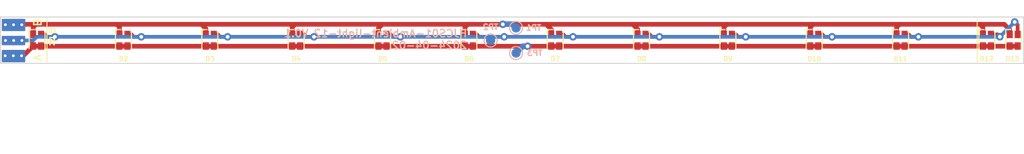
<source format=kicad_pcb>
(kicad_pcb (version 20240108) (generator "pcbnew") (generator_version "8.0")
  (title_block (title "HJCS01_Ambient light-12") (date "2024-04-02") (rev "V0.1") (company "Ovobot") (comment 1 "110x5x0.8mm 绿油白字，无铅喷锡"))
  (layers (0 "F.Cu" signal) (31 "B.Cu" signal) (34 "B.Paste" user) (35 "F.Paste" user) (36 "B.SilkS" user "B.Silkscreen") (37 "F.SilkS" user "F.Silkscreen") (38 "B.Mask" user) (39 "F.Mask" user) (44 "Edge.Cuts" user))
  (net 0 "")
  (net 1 "+3V3")
  (net 2 "/RED")
  (net 3 "/BLUE")
  (footprint "Ovo_LED_SMD:LED_Dual_1.6x1.5mm" (layer "F.Cu") (at 217.271 99.155 90)
    (property "Reference" "D12" (at -2.005 -0.036 0) (layer "F.SilkS") (effects (font (size 0.5 0.5) (thickness 0.1))))
    (property "Value" "LED_Dual_Red_Blue_AKAK")
    (fp_line (start 1.15 -0.86) (end 1.15 -0.3) (stroke (width 0.12)) (layer "F.SilkS"))
    (fp_line (start -0.91 -0.86) (end 1.15 -0.86) (stroke (width 0.12)) (layer "F.SilkS"))
    (fp_line (start -0.91 0.86) (end 0.91 0.86) (stroke (width 0.12)) (layer "F.SilkS"))
    (pad "1" smd rect (at -0.625 0.425 90) (size 0.8 0.65) (layers "F.Cu" "F.Paste" "F.Mask") (net 1 "+3V3"))
    (pad "2" smd rect (at 0.625 0.425 90) (size 0.8 0.65) (layers "F.Cu" "F.Paste" "F.Mask") (net 2 "/RED"))
    (pad "3" smd rect (at -0.625 -0.425 90) (size 0.8 0.65) (layers "F.Cu" "F.Paste" "F.Mask") (net 1 "+3V3"))
    (pad "4" smd rect (at 0.625 -0.425 90) (size 0.8 0.65) (layers "F.Cu" "F.Paste" "F.Mask") (net 3 "/BLUE"))
  )
  (footprint "Ovo_LED_SMD:LED_Dual_1.6x1.5mm" (layer "F.Cu") (at 124.443727 99.155 90)
    (property "Reference" "D2" (at -2.005 0.015302 0) (layer "F.SilkS") (effects (font (size 0.5 0.5) (thickness 0.1))))
    (property "Value" "LED_Dual_Red_Blue_AKAK")
    (fp_line (start 1.15 -0.86) (end 1.15 -0.3) (stroke (width 0.12)) (layer "F.SilkS"))
    (fp_line (start -0.91 -0.86) (end 1.15 -0.86) (stroke (width 0.12)) (layer "F.SilkS"))
    (fp_line (start -0.91 0.86) (end 0.91 0.86) (stroke (width 0.12)) (layer "F.SilkS"))
    (pad "1" smd rect (at -0.625 0.425 90) (size 0.8 0.65) (layers "F.Cu" "F.Paste" "F.Mask") (net 1 "+3V3"))
    (pad "2" smd rect (at 0.625 0.425 90) (size 0.8 0.65) (layers "F.Cu" "F.Paste" "F.Mask") (net 2 "/RED"))
    (pad "3" smd rect (at -0.625 -0.425 90) (size 0.8 0.65) (layers "F.Cu" "F.Paste" "F.Mask") (net 1 "+3V3"))
    (pad "4" smd rect (at 0.625 -0.425 90) (size 0.8 0.65) (layers "F.Cu" "F.Paste" "F.Mask") (net 3 "/BLUE"))
  )
  (footprint "Ovo_LED_SMD:LED_Dual_1.6x1.5mm" (layer "F.Cu") (at 115.161 99.155 90)
    (property "Reference" "D1" (at 1.033 1.665 0) (layer "F.SilkS") (effects (font (size 0.5 0.5) (thickness 0.1))))
    (property "Value" "LED_Dual_Red_Blue_AKAK")
    (fp_line (start 1.15 -0.86) (end 1.15 -0.3) (stroke (width 0.12)) (layer "F.SilkS"))
    (fp_line (start -0.91 -0.86) (end 1.15 -0.86) (stroke (width 0.12)) (layer "F.SilkS"))
    (fp_line (start -0.91 0.86) (end 0.91 0.86) (stroke (width 0.12)) (layer "F.SilkS"))
    (pad "1" smd rect (at -0.625 0.425 90) (size 0.8 0.65) (layers "F.Cu" "F.Paste" "F.Mask") (net 1 "+3V3"))
    (pad "2" smd rect (at 0.625 0.425 90) (size 0.8 0.65) (layers "F.Cu" "F.Paste" "F.Mask") (net 2 "/RED"))
    (pad "3" smd rect (at -0.625 -0.425 90) (size 0.8 0.65) (layers "F.Cu" "F.Paste" "F.Mask") (net 1 "+3V3"))
    (pad "4" smd rect (at 0.625 -0.425 90) (size 0.8 0.65) (layers "F.Cu" "F.Paste" "F.Mask") (net 3 "/BLUE"))
  )
  (footprint "Ovo_LED_SMD:LED_Dual_1.6x1.5mm" (layer "F.Cu") (at 207.98827 99.155 90)
    (property "Reference" "D11" (at -2.005 -0.003264 0) (layer "F.SilkS") (effects (font (size 0.5 0.5) (thickness 0.1))))
    (property "Value" "LED_Dual_Red_Blue_AKAK")
    (fp_line (start 1.15 -0.86) (end 1.15 -0.3) (stroke (width 0.12)) (layer "F.SilkS"))
    (fp_line (start -0.91 -0.86) (end 1.15 -0.86) (stroke (width 0.12)) (layer "F.SilkS"))
    (fp_line (start -0.91 0.86) (end 0.91 0.86) (stroke (width 0.12)) (layer "F.SilkS"))
    (pad "1" smd rect (at -0.625 0.425 90) (size 0.8 0.65) (layers "F.Cu" "F.Paste" "F.Mask") (net 1 "+3V3"))
    (pad "2" smd rect (at 0.625 0.425 90) (size 0.8 0.65) (layers "F.Cu" "F.Paste" "F.Mask") (net 2 "/RED"))
    (pad "3" smd rect (at -0.625 -0.425 90) (size 0.8 0.65) (layers "F.Cu" "F.Paste" "F.Mask") (net 1 "+3V3"))
    (pad "4" smd rect (at 0.625 -0.425 90) (size 0.8 0.65) (layers "F.Cu" "F.Paste" "F.Mask") (net 3 "/BLUE"))
  )
  (footprint "Ovo_LED_SMD:LED_Dual_1.6x1.5mm" (layer "F.Cu") (at 198.705543 99.155 90)
    (property "Reference" "D10" (at -2.005 -0.003157 0) (layer "F.SilkS") (effects (font (size 0.5 0.5) (thickness 0.1))))
    (property "Value" "LED_Dual_Red_Blue_AKAK")
    (fp_line (start 1.15 -0.86) (end 1.15 -0.3) (stroke (width 0.12)) (layer "F.SilkS"))
    (fp_line (start -0.91 -0.86) (end 1.15 -0.86) (stroke (width 0.12)) (layer "F.SilkS"))
    (fp_line (start -0.91 0.86) (end 0.91 0.86) (stroke (width 0.12)) (layer "F.SilkS"))
    (pad "1" smd rect (at -0.625 0.425 90) (size 0.8 0.65) (layers "F.Cu" "F.Paste" "F.Mask") (net 1 "+3V3"))
    (pad "2" smd rect (at 0.625 0.425 90) (size 0.8 0.65) (layers "F.Cu" "F.Paste" "F.Mask") (net 2 "/RED"))
    (pad "3" smd rect (at -0.625 -0.425 90) (size 0.8 0.65) (layers "F.Cu" "F.Paste" "F.Mask") (net 1 "+3V3"))
    (pad "4" smd rect (at 0.625 -0.425 90) (size 0.8 0.65) (layers "F.Cu" "F.Paste" "F.Mask") (net 3 "/BLUE"))
  )
  (footprint "Ovo_Pad:Pad_THTPad_3x1.3mmx3" (layer "F.Cu") (at 112.666 97.511)
    (property "Reference" "J1" (hide yes))
    (property "Value" "Conn_01x03" (hide yes))
    (pad "1" smd rect (at -0.04 -0.01 180) (size 2.5 1.3) (layers "F.Cu" "F.Paste" "F.Mask") (net 3 "/BLUE"))
    (pad "2" smd rect (at -0.04 1.67 180) (size 2.5 1) (layers "F.Cu" "F.Paste" "F.Mask") (net 2 "/RED"))
    (pad "3" smd rect (at -0.04 3.35 180) (size 2.5 1.3) (layers "F.Cu" "F.Paste" "F.Mask") (net 1 "+3V3"))
  )
  (footprint "Ovo_LED_SMD:LED_Dual_1.6x1.5mm" (layer "F.Cu") (at 220.151 99.155 90)
    (property "Reference" "D13" (at -2.005 -0.141 0) (layer "F.SilkS") (effects (font (size 0.5 0.5) (thickness 0.1) (bold yes))))
    (property "Value" "LED_Dual_Red_Blue_AKAK")
    (fp_line (start 1.15 -0.86) (end 1.15 -0.3) (stroke (width 0.12)) (layer "F.SilkS"))
    (fp_line (start -0.91 -0.86) (end 1.15 -0.86) (stroke (width 0.12)) (layer "F.SilkS"))
    (fp_line (start -0.91 0.86) (end 0.91 0.86) (stroke (width 0.12)) (layer "F.SilkS"))
    (pad "1" smd rect (at -0.625 0.425 90) (size 0.8 0.65) (layers "F.Cu" "F.Paste" "F.Mask") (net 1 "+3V3"))
    (pad "2" smd rect (at 0.625 0.425 90) (size 0.8 0.65) (layers "F.Cu" "F.Paste" "F.Mask") (net 2 "/RED"))
    (pad "3" smd rect (at -0.625 -0.425 90) (size 0.8 0.65) (layers "F.Cu" "F.Paste" "F.Mask") (net 1 "+3V3"))
    (pad "4" smd rect (at 0.625 -0.425 90) (size 0.8 0.65) (layers "F.Cu" "F.Paste" "F.Mask") (net 3 "/BLUE"))
  )
  (footprint "Ovo_LED_SMD:LED_Dual_1.6x1.5mm" (layer "F.Cu") (at 152.291908 99.155 90)
    (property "Reference" "D5" (at -2.005 0.010208 0) (layer "F.SilkS") (effects (font (size 0.5 0.5) (thickness 0.1))))
    (property "Value" "LED_Dual_Red_Blue_AKAK")
    (fp_line (start 1.15 -0.86) (end 1.15 -0.3) (stroke (width 0.12)) (layer "F.SilkS"))
    (fp_line (start -0.91 -0.86) (end 1.15 -0.86) (stroke (width 0.12)) (layer "F.SilkS"))
    (fp_line (start -0.91 0.86) (end 0.91 0.86) (stroke (width 0.12)) (layer "F.SilkS"))
    (pad "1" smd rect (at -0.625 0.425 90) (size 0.8 0.65) (layers "F.Cu" "F.Paste" "F.Mask") (net 1 "+3V3"))
    (pad "2" smd rect (at 0.625 0.425 90) (size 0.8 0.65) (layers "F.Cu" "F.Paste" "F.Mask") (net 2 "/RED"))
    (pad "3" smd rect (at -0.625 -0.425 90) (size 0.8 0.65) (layers "F.Cu" "F.Paste" "F.Mask") (net 1 "+3V3"))
    (pad "4" smd rect (at 0.625 -0.425 90) (size 0.8 0.65) (layers "F.Cu" "F.Paste" "F.Mask") (net 3 "/BLUE"))
  )
  (footprint "Ovo_LED_SMD:LED_Dual_1.6x1.5mm" (layer "F.Cu") (at 161.574635 99.155 90)
    (property "Reference" "D6" (at -2.005 0.00851 0) (layer "F.SilkS") (effects (font (size 0.5 0.5) (thickness 0.1))))
    (property "Value" "LED_Dual_Red_Blue_AKAK")
    (fp_line (start 1.15 -0.86) (end 1.15 -0.3) (stroke (width 0.12)) (layer "F.SilkS"))
    (fp_line (start -0.91 -0.86) (end 1.15 -0.86) (stroke (width 0.12)) (layer "F.SilkS"))
    (fp_line (start -0.91 0.86) (end 0.91 0.86) (stroke (width 0.12)) (layer "F.SilkS"))
    (pad "1" smd rect (at -0.625 0.425 90) (size 0.8 0.65) (layers "F.Cu" "F.Paste" "F.Mask") (net 1 "+3V3"))
    (pad "2" smd rect (at 0.625 0.425 90) (size 0.8 0.65) (layers "F.Cu" "F.Paste" "F.Mask") (net 2 "/RED"))
    (pad "3" smd rect (at -0.625 -0.425 90) (size 0.8 0.65) (layers "F.Cu" "F.Paste" "F.Mask") (net 1 "+3V3"))
    (pad "4" smd rect (at 0.625 -0.425 90) (size 0.8 0.65) (layers "F.Cu" "F.Paste" "F.Mask") (net 3 "/BLUE"))
  )
  (footprint "Ovo_LED_SMD:LED_Dual_1.6x1.5mm" (layer "F.Cu") (at 180.140089 99.155 90)
    (property "Reference" "D8" (at -2.005 0.005114 0) (layer "F.SilkS") (effects (font (size 0.5 0.5) (thickness 0.1))))
    (property "Value" "LED_Dual_Red_Blue_AKAK")
    (fp_line (start 1.15 -0.86) (end 1.15 -0.3) (stroke (width 0.12)) (layer "F.SilkS"))
    (fp_line (start -0.91 -0.86) (end 1.15 -0.86) (stroke (width 0.12)) (layer "F.SilkS"))
    (fp_line (start -0.91 0.86) (end 0.91 0.86) (stroke (width 0.12)) (layer "F.SilkS"))
    (pad "1" smd rect (at -0.625 0.425 90) (size 0.8 0.65) (layers "F.Cu" "F.Paste" "F.Mask") (net 1 "+3V3"))
    (pad "2" smd rect (at 0.625 0.425 90) (size 0.8 0.65) (layers "F.Cu" "F.Paste" "F.Mask") (net 2 "/RED"))
    (pad "3" smd rect (at -0.625 -0.425 90) (size 0.8 0.65) (layers "F.Cu" "F.Paste" "F.Mask") (net 1 "+3V3"))
    (pad "4" smd rect (at 0.625 -0.425 90) (size 0.8 0.65) (layers "F.Cu" "F.Paste" "F.Mask") (net 3 "/BLUE"))
  )
  (footprint "Ovo_LED_SMD:LED_Dual_1.6x1.5mm" (layer "F.Cu") (at 189.422816 99.155 90)
    (property "Reference" "D9" (at -2.005 0.003416 0) (layer "F.SilkS") (effects (font (size 0.5 0.5) (thickness 0.1))))
    (property "Value" "LED_Dual_Red_Blue_AKAK")
    (fp_line (start 1.15 -0.86) (end 1.15 -0.3) (stroke (width 0.12)) (layer "F.SilkS"))
    (fp_line (start -0.91 -0.86) (end 1.15 -0.86) (stroke (width 0.12)) (layer "F.SilkS"))
    (fp_line (start -0.91 0.86) (end 0.91 0.86) (stroke (width 0.12)) (layer "F.SilkS"))
    (pad "1" smd rect (at -0.625 0.425 90) (size 0.8 0.65) (layers "F.Cu" "F.Paste" "F.Mask") (net 1 "+3V3"))
    (pad "2" smd rect (at 0.625 0.425 90) (size 0.8 0.65) (layers "F.Cu" "F.Paste" "F.Mask") (net 2 "/RED"))
    (pad "3" smd rect (at -0.625 -0.425 90) (size 0.8 0.65) (layers "F.Cu" "F.Paste" "F.Mask") (net 1 "+3V3"))
    (pad "4" smd rect (at 0.625 -0.425 90) (size 0.8 0.65) (layers "F.Cu" "F.Paste" "F.Mask") (net 3 "/BLUE"))
  )
  (footprint "Ovo_LED_SMD:LED_Dual_1.6x1.5mm" (layer "F.Cu") (at 143.009181 99.155 90)
    (property "Reference" "D4" (at -2.005 0.011906 0) (layer "F.SilkS") (effects (font (size 0.5 0.5) (thickness 0.1))))
    (property "Value" "LED_Dual_Red_Blue_AKAK")
    (fp_line (start 1.15 -0.86) (end 1.15 -0.3) (stroke (width 0.12)) (layer "F.SilkS"))
    (fp_line (start -0.91 -0.86) (end 1.15 -0.86) (stroke (width 0.12)) (layer "F.SilkS"))
    (fp_line (start -0.91 0.86) (end 0.91 0.86) (stroke (width 0.12)) (layer "F.SilkS"))
    (pad "1" smd rect (at -0.625 0.425 90) (size 0.8 0.65) (layers "F.Cu" "F.Paste" "F.Mask") (net 1 "+3V3"))
    (pad "2" smd rect (at 0.625 0.425 90) (size 0.8 0.65) (layers "F.Cu" "F.Paste" "F.Mask") (net 2 "/RED"))
    (pad "3" smd rect (at -0.625 -0.425 90) (size 0.8 0.65) (layers "F.Cu" "F.Paste" "F.Mask") (net 1 "+3V3"))
    (pad "4" smd rect (at 0.625 -0.425 90) (size 0.8 0.65) (layers "F.Cu" "F.Paste" "F.Mask") (net 3 "/BLUE"))
  )
  (footprint "Ovo_LED_SMD:LED_Dual_1.6x1.5mm" (layer "F.Cu") (at 133.726454 99.155 90)
    (property "Reference" "D3" (at -2.005 0.013604 0) (layer "F.SilkS") (effects (font (size 0.5 0.5) (thickness 0.1))))
    (property "Value" "LED_Dual_Red_Blue_AKAK")
    (fp_line (start 1.15 -0.86) (end 1.15 -0.3) (stroke (width 0.12)) (layer "F.SilkS"))
    (fp_line (start -0.91 -0.86) (end 1.15 -0.86) (stroke (width 0.12)) (layer "F.SilkS"))
    (fp_line (start -0.91 0.86) (end 0.91 0.86) (stroke (width 0.12)) (layer "F.SilkS"))
    (pad "1" smd rect (at -0.625 0.425 90) (size 0.8 0.65) (layers "F.Cu" "F.Paste" "F.Mask") (net 1 "+3V3"))
    (pad "2" smd rect (at 0.625 0.425 90) (size 0.8 0.65) (layers "F.Cu" "F.Paste" "F.Mask") (net 2 "/RED"))
    (pad "3" smd rect (at -0.625 -0.425 90) (size 0.8 0.65) (layers "F.Cu" "F.Paste" "F.Mask") (net 1 "+3V3"))
    (pad "4" smd rect (at 0.625 -0.425 90) (size 0.8 0.65) (layers "F.Cu" "F.Paste" "F.Mask") (net 3 "/BLUE"))
  )
  (footprint "Ovo_LED_SMD:LED_Dual_1.6x1.5mm" (layer "F.Cu") (at 170.857362 99.155 90)
    (property "Reference" "D7" (at -2.005 0.006812 0) (layer "F.SilkS") (effects (font (size 0.5 0.5) (thickness 0.1))))
    (property "Value" "LED_Dual_Red_Blue_AKAK")
    (fp_line (start 1.15 -0.86) (end 1.15 -0.3) (stroke (width 0.12)) (layer "F.SilkS"))
    (fp_line (start -0.91 -0.86) (end 1.15 -0.86) (stroke (width 0.12)) (layer "F.SilkS"))
    (fp_line (start -0.91 0.86) (end 0.91 0.86) (stroke (width 0.12)) (layer "F.SilkS"))
    (pad "1" smd rect (at -0.625 0.425 90) (size 0.8 0.65) (layers "F.Cu" "F.Paste" "F.Mask") (net 1 "+3V3"))
    (pad "2" smd rect (at 0.625 0.425 90) (size 0.8 0.65) (layers "F.Cu" "F.Paste" "F.Mask") (net 2 "/RED"))
    (pad "3" smd rect (at -0.625 -0.425 90) (size 0.8 0.65) (layers "F.Cu" "F.Paste" "F.Mask") (net 1 "+3V3"))
    (pad "4" smd rect (at 0.625 -0.425 90) (size 0.8 0.65) (layers "F.Cu" "F.Paste" "F.Mask") (net 3 "/BLUE"))
  )
  (footprint "TestPoint:TestPoint_Pad_D1.0mm" (layer "B.Cu") (at 166.651 97.825 180)
    (property "Reference" "TP1" (at -1.885 0.014 180) (layer "B.SilkS") (effects (font (size 0.6 0.6)) (justify mirror)))
    (property "Value" "BLUE")
    (fp_circle (center 0 0) (end 0 -0.7) (stroke (width 0.12)) (fill none) (layer "B.SilkS"))
    (pad "1" smd circle (at 0 0 180) (size 1 1) (layers "B.Cu" "B.Mask") (net 3 "/BLUE"))
  )
  (footprint "TestPoint:TestPoint_Pad_D1.0mm" (layer "B.Cu") (at 163.914 99.181 180)
    (property "Reference" "TP2" (at 0 1.448 180) (layer "B.SilkS") (effects (font (size 0.6 0.6)) (justify mirror)))
    (property "Value" "RED")
    (fp_circle (center 0 0) (end 0 -0.7) (stroke (width 0.12)) (fill none) (layer "B.SilkS"))
    (pad "1" smd circle (at 0 0 180) (size 1 1) (layers "B.Cu" "B.Mask") (net 2 "/RED"))
  )
  (footprint "TestPoint:TestPoint_Pad_D1.0mm" (layer "B.Cu") (at 166.651 100.537 180)
    (property "Reference" "TP3" (at -2.019 0.014 180) (layer "B.SilkS") (effects (font (size 0.6 0.6)) (justify mirror)))
    (property "Value" "3V3")
    (fp_circle (center 0 0) (end 0 -0.7) (stroke (width 0.12)) (fill none) (layer "B.SilkS"))
    (pad "1" smd circle (at 0 0 180) (size 1 1) (layers "B.Cu" "B.Mask") (net 1 "+3V3"))
  )
  (gr_line (start 116.225 96.766) (end 116.225 101.483) (stroke (width 0.1)) (layer "F.SilkS"))
  (gr_line (start 216.225 101.527) (end 216.225 96.797) (stroke (width 0.1)) (layer "F.SilkS"))
  (gr_line (start 111.223 101.653) (end 111.223 96.653) (stroke (width 0.1)) (layer "Edge.Cuts"))
  (gr_line (start 111.225 96.653) (end 221.225 96.653) (stroke (width 0.1)) (layer "Edge.Cuts"))
  (gr_line (start 221.225 96.653) (end 221.225 101.653) (stroke (width 0.1)) (layer "Edge.Cuts"))
  (gr_line (start 221.225 101.653) (end 111.224 101.653) (stroke (width 0.1)) (layer "Edge.Cuts"))
  (gr_text "HJCS01-Ambient-light-12 ${REVISION}\n${ISSUE_DATE}" (at 161.474635 100.18 0) (layer "B.SilkS") (effects (font (size 0.8 0.8)) (justify left bottom mirror)))
  (gr_text "R" (at 116.252 99.766 0) (layer "F.SilkS") (effects (font (size 0.8 0.8) (thickness 0.15) (bold yes)) (justify left bottom)))
  (gr_text "V     B" (at 114.684 101.479 270) (layer "F.SilkS") (effects (font (size 0.8 0.8)) (justify left bottom mirror)))
  (segment (start 167.893 99.804) (end 114.76 99.804) (width 0.5) (layer "F.Cu") (net 1))
  (segment (start 113.655 100.861) (end 112.626 100.861) (width 0.5) (layer "F.Cu") (net 1))
  (segment (start 220.552 99.804) (end 167.893 99.804) (width 0.5) (layer "F.Cu") (net 1))
  (segment (start 114.76 99.804) (end 114.736 99.78) (width 0.5) (layer "F.Cu") (net 1))
  (segment (start 114.736 99.78) (end 113.655 100.861) (width 0.5) (layer "F.Cu") (net 1))
  (via (at 112.6075 100.833) (size 0.5) (drill 0.3) (layers "F.Cu" "B.Cu") (net 1))
  (via (at 111.727 100.833) (size 0.5) (drill 0.3) (layers "F.Cu" "B.Cu") (net 1))
  (via (at 113.488 100.833) (size 0.5) (drill 0.3) (layers "F.Cu" "B.Cu") (net 1))
  (via (at 167.893 99.804) (size 0.8) (drill 0.4) (layers "F.Cu" "B.Cu") (net 1))
  (segment (start 166.651 100.537) (end 167.384 99.804) (width 0.6) (layer "B.Cu") (net 1))
  (segment (start 167.384 99.804) (end 167.893 99.804) (width 0.6) (layer "B.Cu") (net 1))
  (segment (start 218.661 98.782) (end 218.672 98.793) (width 0.4) (layer "F.Cu") (net 2))
  (segment (start 190.547816 98.787) (end 191.338816 98.787) (width 0.4) (layer "F.Cu") (net 2))
  (segment (start 143.877181 98.53) (end 144.134181 98.787) (width 0.4) (layer "F.Cu") (net 2))
  (segment (start 124.868727 98.53) (end 125.311727 98.53) (width 0.4) (layer "F.Cu") (net 2))
  (segment (start 171.982362 98.787) (end 172.773362 98.787) (width 0.4) (layer "F.Cu") (net 2))
  (segment (start 125.311727 98.53) (end 125.568727 98.787) (width 0.4) (layer "F.Cu") (net 2))
  (segment (start 181.008089 98.53) (end 181.265089 98.787) (width 0.4) (layer "F.Cu") (net 2))
  (segment (start 116.029 98.53) (end 116.286 98.787) (width 0.4) (layer "F.Cu") (net 2))
  (segment (start 165.375 98.787) (end 162.699635 98.787) (width 0.4) (layer "F.Cu") (net 2))
  (segment (start 199.130543 98.53) (end 199.573543 98.53) (width 0.4) (layer "F.Cu") (net 2))
  (segment (start 190.290816 98.53) (end 190.547816 98.787) (width 0.4) (layer "F.Cu") (net 2))
  (segment (start 134.594454 98.53) (end 134.851454 98.787) (width 0.4) (layer "F.Cu") (net 2))
  (segment (start 181.265089 98.787) (end 182.056089 98.787) (width 0.4) (layer "F.Cu") (net 2))
  (segment (start 189.847816 98.53) (end 190.290816 98.53) (width 0.4) (layer "F.Cu") (net 2))
  (segment (start 220.257 97.186) (end 220.576 97.505) (width 0.4) (layer "F.Cu") (net 2))
  (segment (start 153.159908 98.53) (end 153.416908 98.787) (width 0.4) (layer "F.Cu") (net 2))
  (segment (start 153.416908 98.787) (end 154.207908 98.787) (width 0.4) (layer "F.Cu") (net 2))
  (segment (start 162.442635 98.53) (end 161.999635 98.53) (width 0.4) (layer "F.Cu") (net 2))
  (segment (start 217.684 98.53) (end 218.409 98.53) (width 0.4) (layer "F.Cu") (net 2))
  (segment (start 134.851454 98.787) (end 135.642454 98.787) (width 0.4) (layer "F.Cu") (net 2))
  (segment (start 209.11327 98.787) (end 209.90427 98.787) (width 0.4) (layer "F.Cu") (net 2))
  (segment (start 199.573543 98.53) (end 199.830543 98.787) (width 0.4) (layer "F.Cu") (net 2))
  (segment (start 220.576 97.505) (end 220.576 98.53) (width 0.4) (layer "F.Cu") (net 2))
  (segment (start 199.830543 98.787) (end 200.621543 98.787) (width 0.4) (layer "F.Cu") (net 2))
  (segment (start 144.134181 98.787) (end 144.925181 98.787) (width 0.4) (layer "F.Cu") (net 2))
  (segment (start 171.282362 98.53) (end 171.725362 98.53) (width 0.4) (layer "F.Cu") (net 2))
  (segment (start 218.409 98.53) (end 218.661 98.782) (width 0.4) (layer "F.Cu") (net 2))
  (segment (start 208.41327 98.53) (end 208.85627 98.53) (width 0.4) (layer "F.Cu") (net 2))
  (segment (start 208.85627 98.53) (end 209.11327 98.787) (width 0.4) (layer "F.Cu") (net 2))
  (segment (start 171.725362 98.53) (end 171.982362 98.787) (width 0.4) (layer "F.Cu") (net 2))
  (segment (start 143.434181 98.53) (end 143.877181 98.53) (width 0.4) (layer "F.Cu") (net 2))
  (segment (start 116.286 98.787) (end 117.077 98.787) (width 0.4) (layer "F.Cu") (net 2))
  (segment (start 134.151454 98.53) (end 134.594454 98.53) (width 0.4) (layer "F.Cu") (net 2))
  (segment (start 180.565089 98.53) (end 181.008089 98.53) (width 0.4) (layer "F.Cu") (net 2))
  (segment (start 152.716908 98.53) (end 153.159908 98.53) (width 0.4) (layer "F.Cu") (net 2))
  (segment (start 162.699635 98.787) (end 162.442635 98.53) (width 0.4) (layer "F.Cu") (net 2))
  (segment (start 125.568727 98.787) (end 126.359727 98.787) (width 0.4) (layer "F.Cu") (net 2))
  (segment (start 112.626 99.181) (end 113.525 99.181) (width 0.25) (layer "F.Cu") (net 2))
  (segment (start 115.586 98.53) (end 116.029 98.53) (width 0.4) (layer "F.Cu") (net 2))
  (via (at 117.077 98.787) (size 0.8) (drill 0.4) (layers "F.Cu" "B.Cu") (net 2))
  (via (at 144.925181 98.787) (size 0.8) (drill 0.4) (layers "F.Cu" "B.Cu") (net 2))
  (via (at 220.257 97.186) (size 0.8) (drill 0.4) (layers "F.Cu" "B.Cu") (net 2))
  (via (at 113.525 99.181) (size 0.5) (drill 0.3) (layers "F.Cu" "B.Cu") (net 2))
  (via (at 182.056089 98.787) (size 0.8) (drill 0.4) (layers "F.Cu" "B.Cu") (net 2))
  (via (at 112.6445 99.181) (size 0.5) (drill 0.3) (layers "F.Cu" "B.Cu") (net 2))
  (via (at 191.338816 98.787) (size 0.8) (drill 0.4) (layers "F.Cu" "B.Cu") (net 2))
  (via (at 111.764 99.181) (size 0.5) (drill 0.3) (layers "F.Cu" "B.Cu") (net 2))
  (via (at 154.207908 98.787) (size 0.8) (drill 0.4) (layers "F.Cu" "B.Cu") (net 2))
  (via (at 200.621543 98.787) (size 0.8) (drill 0.4) (layers "F.Cu" "B.Cu") (net 2))
  (via (at 218.661 98.782) (size 0.8) (drill 0.4) (layers "F.Cu" "B.Cu") (net 2))
  (via (at 135.642454 98.787) (size 0.8) (drill 0.4) (layers "F.Cu" "B.Cu") (net 2))
  (via (at 209.90427 98.787) (size 0.8) (drill 0.4) (layers "F.Cu" "B.Cu") (net 2))
  (via (at 126.359727 98.787) (size 0.8) (drill 0.4) (layers "F.Cu" "B.Cu") (net 2))
  (via (at 165.375 98.787) (size 0.8) (drill 0.4) (layers "F.Cu" "B.Cu") (net 2))
  (via (at 172.773362 98.787) (size 0.8) (drill 0.4) (layers "F.Cu" "B.Cu") (net 2))
  (segment (start 220.257 97.186) (end 218.656 98.787) (width 0.4) (layer "B.Cu") (net 2))
  (segment (start 114.729 99.181) (end 111.764 99.181) (width 0.4) (layer "B.Cu") (net 2))
  (segment (start 218.656 98.787) (end 115.123 98.787) (width 0.4) (layer "B.Cu") (net 2))
  (segment (start 115.123 98.787) (end 114.729 99.181) (width 0.4) (layer "B.Cu") (net 2))
  (segment (start 170.432362 97.986362) (end 170.432362 98.53) (width 0.5) (layer "F.Cu") (net 3))
  (segment (start 112.626 97.501) (end 113.707 97.501) (width 0.5) (layer "F.Cu") (net 3))
  (segment (start 142.907 97.439) (end 142.584181 97.761819) (width 0.5) (layer "F.Cu") (net 3))
  (segment (start 219.136 97.439) (end 219.726 98.029) (width 0.5) (layer "F.Cu") (net 3))
  (segment (start 165.23 97.439) (end 207.9 97.439) (width 0.5) (layer "F.Cu") (net 3))
  (segment (start 198.280543 97.755) (end 198.280543 98.53) (width 0.5) (layer "F.Cu") (net 3))
  (segment (start 188.997816 97.755) (end 188.997816 98.53) (width 0.5) (layer "F.Cu") (net 3))
  (segment (start 179.192 97.439) (end 179.715089 97.962089) (width 0.5) (layer "F.Cu") (net 3))
  (segment (start 216.528 97.439) (end 216.834 97.745) (width 0.5) (layer "F.Cu") (net 3))
  (segment (start 169.885 97.439) (end 170.432362 97.986362) (width 0.5) (layer "F.Cu") (net 3))
  (segment (start 179.715089 97.962089) (end 179.715089 98.53) (width 0.5) (layer "F.Cu") (net 3))
  (segment (start 219.726 98.029) (end 219.726 98.53) (width 0.5) (layer "F.Cu") (net 3))
  (segment (start 123.719 97.439) (end 124.018727 97.738727) (width 0.5) (layer "F.Cu") (net 3))
  (segment (start 189.313816 97.439) (end 188.997816 97.755) (width 0.5) (layer "F.Cu") (net 3))
  (segment (start 198.596543 97.439) (end 198.280543 97.755) (width 0.5) (layer "F.Cu") (net 3))
  (segment (start 216.834 97.745) (end 216.834 98.53) (width 0.5) (layer "F.Cu") (net 3))
  (segment (start 207.87927 97.439) (end 207.56327 97.755) (width 0.5) (layer "F.Cu") (net 3))
  (segment (start 115.397 97.439) (end 165.23 97.439) (width 0.5) (layer "F.Cu") (net 3))
  (segment (start 207.56327 97.755) (end 207.56327 98.53) (width 0.5) (layer "F.Cu") (net 3))
  (segment (start 142.584181 97.761819) (end 142.584181 98.53) (width 0.5) (layer "F.Cu") (net 3))
  (segment (start 114.736 97.755) (end 114.736 98.53) (width 0.5) (layer "F.Cu") (net 3))
  (segment (start 152.275 97.439) (end 151.866908 97.847092) (width 0.5) (layer "F.Cu") (net 3))
  (segment (start 207.9 97.439) (end 216.528 97.439) (width 0.5) (layer "F.Cu") (net 3))
  (segment (start 216.528 97.439) (end 219.136 97.439) (width 0.5) (layer "F.Cu") (net 3))
  (segment (start 133.301454 97.919454) (end 133.301454 98.53) (width 0.5) (layer "F.Cu") (net 3))
  (segment (start 132.821 97.439) (end 133.301454 97.919454) (width 0.5) (layer "F.Cu") (net 3))
  (segment (start 115.052 97.439) (end 114.736 97.755) (width 0.5) (layer "F.Cu") (net 3))
  (segment (start 115.397 97.439) (end 112.688 97.439) (width 0.5) (layer "F.Cu") (net 3))
  (segment (start 161.474 97.439) (end 161.149635 97.763365) (width 0.5) (layer "F.Cu") (net 3))
  (segment (start 151.866908 97.847092) (end 151.866908 98.53) (width 0.5) (layer "F.Cu") (net 3))
  (segment (start 112.688 97.439) (end 112.626 97.501) (width 0.5) (layer "F.Cu") (net 3))
  (segment (start 124.018727 97.738727) (end 124.018727 98.53) (width 0.5) (layer "F.Cu") (net 3))
  (segment (start 161.149635 97.763365) (end 161.149635 98.53) (width 0.5) (layer "F.Cu") (net 3))
  (via (at 113.512 97.487) (size 0.5) (drill 0.3) (layers "F.Cu" "B.Cu") (net 3))
  (via (at 112.6315 97.487) (size 0.5) (drill 0.3) (layers "F.Cu" "B.Cu") (net 3))
  (via (at 111.751 97.487) (size 0.5) (drill 0.3) (layers "F.Cu" "B.Cu") (net 3))
  (via (at 165.23 97.439) (size 0.8) (drill 0.4) (layers "F.Cu" "B.Cu") (net 3))
  (segment (start 166.651 97.825) (end 166.243 97.417) (width 0.6) (layer "B.Cu") (net 3))
  (segment (start 165.252 97.417) (end 165.23 97.439) (width 0.6) (layer "B.Cu") (net 3))
  (segment (start 166.243 97.417) (end 165.252 97.417) (width 0.6) (layer "B.Cu") (net 3))
  (zone (net 2) (net_name "/RED") (layer "B.Cu") (priority 2) (connect_pads yes (clearance 0.254)) (min_thickness 0.25) (fill yes (thermal_gap 0.5) (thermal_bridge_width 0.5))
    (polygon (pts (xy 111.375 98.686) (xy 113.872 98.686) (xy 113.872 99.69) (xy 111.367 99.69) (xy 111.367 98.684) (xy 111.367 98.686) (xy 111.370992 98.686)))
  )
  (zone (net 3) (net_name "/BLUE") (layer "B.Cu") (priority 1) (connect_pads yes (clearance 0.254)) (min_thickness 0.25) (fill yes (thermal_gap 0.5) (thermal_bridge_width 0.5))
    (polygon (pts (xy 111.395 96.853) (xy 113.884 96.853) (xy 113.884 98.166) (xy 111.379 98.166) (xy 111.379 96.851) (xy 111.379 96.853) (xy 111.382992 96.853)))
  )
  (zone (net 1) (net_name "+3V3") (layer "B.Cu") (priority 3) (connect_pads yes (clearance 0.254)) (min_thickness 0.25) (fill yes (thermal_gap 0.5) (thermal_bridge_width 0.5))
    (polygon (pts (xy 111.387 100.211) (xy 113.876 100.211) (xy 113.876 101.524) (xy 111.371 101.524) (xy 111.371 100.209) (xy 111.371 100.211) (xy 111.374992 100.211)))
  )
)
</source>
